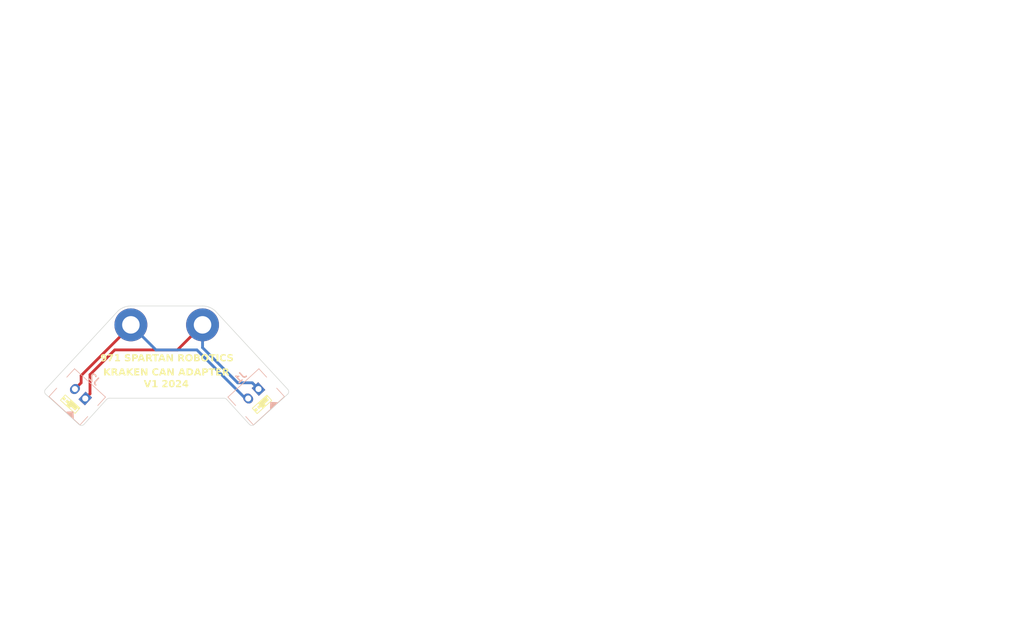
<source format=kicad_pcb>
(kicad_pcb (version 20221018) (generator pcbnew)
  (title_block (title "Kraken CAN Adapter") (date "2023-12-28") (rev "1") (company "971 Spartan Robotics"))
  (layers (0 "F.Cu" signal) (31 "B.Cu" signal) (34 "B.Paste" user) (35 "F.Paste" user) (36 "B.SilkS" user "B.Silkscreen") (37 "F.SilkS" user "F.Silkscreen") (38 "B.Mask" user) (39 "F.Mask" user) (44 "Edge.Cuts" user))
  (net 0 "")
  (net 1 "/CAN_L")
  (net 2 "/CAN_H")
  (footprint "kraken-adapter:ScrewTerminal-#4" (layer "F.Cu") (at 99.745307 110.386204)
    (fp_text reference "J4" (at 0 -0.5 unlocked) (layer "F.SilkS") (effects (font (thickness 0.1))))
    (fp_text value "CAN_H")
    (pad "1" thru_hole circle (at 0 0) (size 5.969 5.969) (drill 3.175) (layers "*.Cu" "*.Mask") (net 2 "/CAN_H"))
  )
  (footprint "kraken-adapter:ScrewTerminal-#4" (layer "F.Cu") (at 112.750107 110.386204)
    (fp_text reference "J3" (at 0 -0.5 unlocked) (layer "F.SilkS") (effects (font (thickness 0.1))))
    (fp_text value "CAN_L")
    (pad "1" thru_hole circle (at 0 0) (size 5.969 5.969) (drill 3.175) (layers "*.Cu" "*.Mask") (net 1 "/CAN_L"))
  )
  (footprint "kraken-adapter:70543-0001" (layer "B.Cu") (at 122.903191 122.030605 -137.5)
    (fp_text reference "J1" (at 0.962777 3.788328 42.5) (layer "B.SilkS") (effects (font (size 1.27 1.27) (thickness 0.254) bold) (justify mirror)))
    (fp_text value "CAN")
    (fp_line (start -2.54 -4.191) (end 5.08 -4.191) (stroke (width 0.12)) (layer "B.SilkS"))
    (fp_line (start -2.54 -2.109879) (end -2.54 -4.191) (stroke (width 0.12)) (layer "B.SilkS"))
    (fp_line (start -2.54 2.667) (end -2.54 0.585879) (stroke (width 0.12)) (layer "B.SilkS"))
    (fp_line (start 5.08 -4.191) (end 5.08 -2.109879) (stroke (width 0.12)) (layer "B.SilkS"))
    (fp_line (start 5.08 0.585879) (end 5.08 2.667) (stroke (width 0.12)) (layer "B.SilkS"))
    (fp_line (start 5.08 2.667) (end -2.54 2.667) (stroke (width 0.12)) (layer "B.SilkS"))
    (fp_poly (pts (xy 0.762 -4.064) (xy -0.762 -4.064) (xy 0 -3.302)) (stroke (width 0.2)) (fill solid) (layer "B.SilkS"))
    (pad "1" thru_hole rect (at 0 0 222.5) (size 1.6002 1.905) (drill 1.0922) (layers "*.Cu" "*.Mask") (net 1 "/CAN_L"))
    (pad "2" thru_hole oval (at 2.54 0 222.5) (size 1.6002 1.905) (drill 1.0922) (layers "*.Cu" "*.Mask") (net 2 "/CAN_H"))
  )
  (footprint "kraken-adapter:70543-0001" (layer "B.Cu") (at 91.464907 123.746604 137.5)
    (fp_text reference "J2" (at 1.150554 3.662531 317.5) (layer "B.SilkS") (effects (font (size 1.27 1.27) (thickness 0.254) bold) (justify mirror)))
    (fp_text value "CAN")
    (fp_line (start -2.54 -4.191) (end 5.08 -4.191) (stroke (width 0.12)) (layer "B.SilkS"))
    (fp_line (start -2.54 -2.109879) (end -2.54 -4.191) (stroke (width 0.12)) (layer "B.SilkS"))
    (fp_line (start -2.54 2.667) (end -2.54 0.585879) (stroke (width 0.12)) (layer "B.SilkS"))
    (fp_line (start 5.08 -4.191) (end 5.08 -2.109879) (stroke (width 0.12)) (layer "B.SilkS"))
    (fp_line (start 5.08 0.585879) (end 5.08 2.667) (stroke (width 0.12)) (layer "B.SilkS"))
    (fp_line (start 5.08 2.667) (end -2.54 2.667) (stroke (width 0.12)) (layer "B.SilkS"))
    (fp_poly (pts (xy 0.762 -4.064) (xy -0.762 -4.064) (xy 0 -3.302)) (stroke (width 0.2)) (fill solid) (layer "B.SilkS"))
    (pad "1" thru_hole rect (at 0 0 137.5) (size 1.6002 1.905) (drill 1.0922) (layers "*.Cu" "*.Mask") (net 1 "/CAN_L"))
    (pad "2" thru_hole oval (at 2.54 0 137.5) (size 1.6002 1.905) (drill 1.0922) (layers "*.Cu" "*.Mask") (net 2 "/CAN_H"))
  )
  (gr_arc (start 84.301134 122.987119) (mid 84.093915 122.544807) (end 84.262026 122.086176) (stroke (width 0.1)) (layer "Edge.Cuts"))
  (gr_arc (start 112.750107 106.957204) (mid 113.977599 107.184438) (end 115.042404 107.836024) (stroke (width 0.1)) (layer "Edge.Cuts"))
  (gr_line (start 128.177172 122.985753) (end 122.135862 128.477853) (stroke (width 0.1)) (layer "Edge.Cuts"))
  (gr_arc (start 95.357147 123.904778) (mid 95.570145 123.75113) (end 95.8271 123.696808) (stroke (width 0.1)) (layer "Edge.Cuts"))
  (gr_arc (start 97.435902 107.83739) (mid 98.500708 107.185808) (end 99.728199 106.95857) (stroke (width 0.1)) (layer "Edge.Cuts"))
  (gr_arc (start 128.21628 122.08481) (mid 128.384427 122.543429) (end 128.177172 122.985753) (stroke (width 0.1)) (layer "Edge.Cuts"))
  (gr_arc (start 116.650079 123.696322) (mid 116.906984 123.750605) (end 117.119964 123.904184) (stroke (width 0.1)) (layer "Edge.Cuts"))
  (gr_line (start 99.728199 106.95857) (end 112.750107 106.957204) (stroke (width 0.1)) (layer "Edge.Cuts"))
  (gr_line (start 95.8271 123.696808) (end 116.650079 123.696322) (stroke (width 0.1)) (layer "Edge.Cuts"))
  (gr_arc (start 122.135862 128.477853) (mid 121.678506 128.642285) (end 121.238853 128.435138) (stroke (width 0.1)) (layer "Edge.Cuts"))
  (gr_arc (start 91.239453 128.436504) (mid 90.799797 128.643646) (end 90.342444 128.479219) (stroke (width 0.1)) (layer "Edge.Cuts"))
  (gr_line (start 84.262026 122.086176) (end 97.435902 107.83739) (stroke (width 0.1)) (layer "Edge.Cuts"))
  (gr_line (start 115.042404 107.836024) (end 128.21628 122.08481) (stroke (width 0.1)) (layer "Edge.Cuts"))
  (gr_line (start 90.342444 128.479219) (end 84.301134 122.987119) (stroke (width 0.1)) (layer "Edge.Cuts"))
  (gr_line (start 95.357147 123.904778) (end 91.239453 128.436504) (stroke (width 0.1)) (layer "Edge.Cuts"))
  (gr_line (start 121.238853 128.435138) (end 117.119964 123.904184) (stroke (width 0.1)) (layer "Edge.Cuts"))
  (gr_text "KRAKEN CAN ADAPTER\nV1 2024" (at 106.172 121.92) (layer "F.SilkS") (effects (font (size 1.27 1.27) (thickness 0.254) bold) (justify bottom)))
  (gr_text "971 SPARTAN ROBOTICS" (at 106.299 117.221) (layer "F.SilkS") (effects (font (size 1.27 1.27) (thickness 0.254) bold) (justify bottom)))
  (gr_text "H\nL" (at 125.476 124.079 132) (layer "F.SilkS" knockout) (effects (font (size 1.27 1.27) (thickness 0.2) bold) (justify left bottom)))
  (gr_text "H\nL" (at 89.662 126.619 48) (layer "F.SilkS" knockout) (effects (font (size 1.27 1.27) (thickness 0.2) bold) (justify left bottom)))
  (segment (start 96.816036 114.932804) (end 108.203507 114.932804) (width 0.508) (layer "F.Cu") (net 1))
  (segment (start 92.329 122.882511) (end 92.329 119.41984) (width 0.508) (layer "F.Cu") (net 1))
  (segment (start 108.203507 114.932804) (end 112.750107 110.386204) (width 0.508) (layer "F.Cu") (net 1))
  (segment (start 91.464907 123.746604) (end 92.329 122.882511) (width 0.508) (layer "F.Cu") (net 1))
  (segment (start 92.329 119.41984) (end 96.816036 114.932804) (width 0.508) (layer "F.Cu") (net 1))
  (segment (start 122.903191 122.030605) (end 121.77439 120.901804) (width 0.508) (layer "B.Cu") (net 1))
  (segment (start 112.750107 114.526404) (end 112.750107 110.386204) (width 0.508) (layer "B.Cu") (net 1))
  (segment (start 119.125507 120.901804) (end 112.750107 114.526404) (width 0.508) (layer "B.Cu") (net 1))
  (segment (start 121.77439 120.901804) (end 119.125507 120.901804) (width 0.508) (layer "B.Cu") (net 1))
  (segment (start 89.592223 122.030605) (end 90.721024 120.901804) (width 0.508) (layer "F.Cu") (net 2))
  (segment (start 90.721024 119.590976) (end 99.745307 110.566693) (width 0.508) (layer "F.Cu") (net 2))
  (segment (start 90.721024 120.901804) (end 90.721024 119.590976) (width 0.508) (layer "F.Cu") (net 2))
  (segment (start 99.745307 110.566693) (end 99.745307 110.386204) (width 0.508) (layer "F.Cu") (net 2))
  (segment (start 120.533467 123.746604) (end 111.721863 114.935) (width 0.508) (layer "B.Cu") (net 2))
  (segment (start 111.721863 114.935) (end 104.294103 114.935) (width 0.508) (layer "B.Cu") (net 2))
  (segment (start 104.294103 114.935) (end 99.745307 110.386204) (width 0.508) (layer "B.Cu") (net 2))
  (segment (start 121.030507 123.746604) (end 120.533467 123.746604) (width 0.508) (layer "B.Cu") (net 2))
)
</source>
